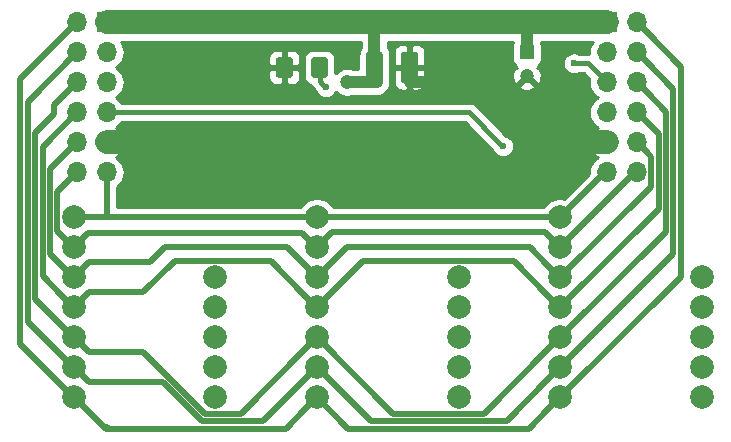
<source format=gbr>
G04 #@! TF.GenerationSoftware,KiCad,Pcbnew,(5.1.4)-1*
G04 #@! TF.CreationDate,2019-11-15T21:57:58+01:00*
G04 #@! TF.ProjectId,LEDClock,4c454443-6c6f-4636-9b2e-6b696361645f,rev?*
G04 #@! TF.SameCoordinates,Original*
G04 #@! TF.FileFunction,Copper,L1,Top*
G04 #@! TF.FilePolarity,Positive*
%FSLAX46Y46*%
G04 Gerber Fmt 4.6, Leading zero omitted, Abs format (unit mm)*
G04 Created by KiCad (PCBNEW (5.1.4)-1) date 2019-11-15 21:57:58*
%MOMM*%
%LPD*%
G04 APERTURE LIST*
%ADD10C,0.100000*%
%ADD11C,1.425000*%
%ADD12R,1.200000X1.200000*%
%ADD13C,1.200000*%
%ADD14C,2.000000*%
%ADD15O,1.700000X1.700000*%
%ADD16R,1.700000X1.700000*%
%ADD17C,0.600000*%
%ADD18C,1.000000*%
%ADD19C,2.000000*%
%ADD20C,0.400000*%
%ADD21C,0.500000*%
%ADD22C,0.254000*%
G04 APERTURE END LIST*
D10*
G36*
X137954504Y-65466204D02*
G01*
X137978773Y-65469804D01*
X138002571Y-65475765D01*
X138025671Y-65484030D01*
X138047849Y-65494520D01*
X138068893Y-65507133D01*
X138088598Y-65521747D01*
X138106777Y-65538223D01*
X138123253Y-65556402D01*
X138137867Y-65576107D01*
X138150480Y-65597151D01*
X138160970Y-65619329D01*
X138169235Y-65642429D01*
X138175196Y-65666227D01*
X138178796Y-65690496D01*
X138180000Y-65715000D01*
X138180000Y-66965000D01*
X138178796Y-66989504D01*
X138175196Y-67013773D01*
X138169235Y-67037571D01*
X138160970Y-67060671D01*
X138150480Y-67082849D01*
X138137867Y-67103893D01*
X138123253Y-67123598D01*
X138106777Y-67141777D01*
X138088598Y-67158253D01*
X138068893Y-67172867D01*
X138047849Y-67185480D01*
X138025671Y-67195970D01*
X138002571Y-67204235D01*
X137978773Y-67210196D01*
X137954504Y-67213796D01*
X137930000Y-67215000D01*
X137005000Y-67215000D01*
X136980496Y-67213796D01*
X136956227Y-67210196D01*
X136932429Y-67204235D01*
X136909329Y-67195970D01*
X136887151Y-67185480D01*
X136866107Y-67172867D01*
X136846402Y-67158253D01*
X136828223Y-67141777D01*
X136811747Y-67123598D01*
X136797133Y-67103893D01*
X136784520Y-67082849D01*
X136774030Y-67060671D01*
X136765765Y-67037571D01*
X136759804Y-67013773D01*
X136756204Y-66989504D01*
X136755000Y-66965000D01*
X136755000Y-65715000D01*
X136756204Y-65690496D01*
X136759804Y-65666227D01*
X136765765Y-65642429D01*
X136774030Y-65619329D01*
X136784520Y-65597151D01*
X136797133Y-65576107D01*
X136811747Y-65556402D01*
X136828223Y-65538223D01*
X136846402Y-65521747D01*
X136866107Y-65507133D01*
X136887151Y-65494520D01*
X136909329Y-65484030D01*
X136932429Y-65475765D01*
X136956227Y-65469804D01*
X136980496Y-65466204D01*
X137005000Y-65465000D01*
X137930000Y-65465000D01*
X137954504Y-65466204D01*
X137954504Y-65466204D01*
G37*
D11*
X137467500Y-66340000D03*
D10*
G36*
X134979504Y-65466204D02*
G01*
X135003773Y-65469804D01*
X135027571Y-65475765D01*
X135050671Y-65484030D01*
X135072849Y-65494520D01*
X135093893Y-65507133D01*
X135113598Y-65521747D01*
X135131777Y-65538223D01*
X135148253Y-65556402D01*
X135162867Y-65576107D01*
X135175480Y-65597151D01*
X135185970Y-65619329D01*
X135194235Y-65642429D01*
X135200196Y-65666227D01*
X135203796Y-65690496D01*
X135205000Y-65715000D01*
X135205000Y-66965000D01*
X135203796Y-66989504D01*
X135200196Y-67013773D01*
X135194235Y-67037571D01*
X135185970Y-67060671D01*
X135175480Y-67082849D01*
X135162867Y-67103893D01*
X135148253Y-67123598D01*
X135131777Y-67141777D01*
X135113598Y-67158253D01*
X135093893Y-67172867D01*
X135072849Y-67185480D01*
X135050671Y-67195970D01*
X135027571Y-67204235D01*
X135003773Y-67210196D01*
X134979504Y-67213796D01*
X134955000Y-67215000D01*
X134030000Y-67215000D01*
X134005496Y-67213796D01*
X133981227Y-67210196D01*
X133957429Y-67204235D01*
X133934329Y-67195970D01*
X133912151Y-67185480D01*
X133891107Y-67172867D01*
X133871402Y-67158253D01*
X133853223Y-67141777D01*
X133836747Y-67123598D01*
X133822133Y-67103893D01*
X133809520Y-67082849D01*
X133799030Y-67060671D01*
X133790765Y-67037571D01*
X133784804Y-67013773D01*
X133781204Y-66989504D01*
X133780000Y-66965000D01*
X133780000Y-65715000D01*
X133781204Y-65690496D01*
X133784804Y-65666227D01*
X133790765Y-65642429D01*
X133799030Y-65619329D01*
X133809520Y-65597151D01*
X133822133Y-65576107D01*
X133836747Y-65556402D01*
X133853223Y-65538223D01*
X133871402Y-65521747D01*
X133891107Y-65507133D01*
X133912151Y-65494520D01*
X133934329Y-65484030D01*
X133957429Y-65475765D01*
X133981227Y-65469804D01*
X134005496Y-65466204D01*
X134030000Y-65465000D01*
X134955000Y-65465000D01*
X134979504Y-65466204D01*
X134979504Y-65466204D01*
G37*
D11*
X134492500Y-66340000D03*
D12*
X155030000Y-65070000D03*
D13*
X155030000Y-67070000D03*
D14*
X157850000Y-79040000D03*
X157850000Y-81580000D03*
X169850000Y-84120000D03*
X157850000Y-84120000D03*
X169850000Y-86660000D03*
X157850000Y-86660000D03*
X169850000Y-89200000D03*
X157850000Y-89200000D03*
X169850000Y-91740000D03*
X157850000Y-91740000D03*
X169850000Y-94280000D03*
X157850000Y-94280000D03*
D10*
G36*
X145574504Y-65016204D02*
G01*
X145598773Y-65019804D01*
X145622571Y-65025765D01*
X145645671Y-65034030D01*
X145667849Y-65044520D01*
X145688893Y-65057133D01*
X145708598Y-65071747D01*
X145726777Y-65088223D01*
X145743253Y-65106402D01*
X145757867Y-65126107D01*
X145770480Y-65147151D01*
X145780970Y-65169329D01*
X145789235Y-65192429D01*
X145795196Y-65216227D01*
X145798796Y-65240496D01*
X145800000Y-65265000D01*
X145800000Y-67415000D01*
X145798796Y-67439504D01*
X145795196Y-67463773D01*
X145789235Y-67487571D01*
X145780970Y-67510671D01*
X145770480Y-67532849D01*
X145757867Y-67553893D01*
X145743253Y-67573598D01*
X145726777Y-67591777D01*
X145708598Y-67608253D01*
X145688893Y-67622867D01*
X145667849Y-67635480D01*
X145645671Y-67645970D01*
X145622571Y-67654235D01*
X145598773Y-67660196D01*
X145574504Y-67663796D01*
X145550000Y-67665000D01*
X144625000Y-67665000D01*
X144600496Y-67663796D01*
X144576227Y-67660196D01*
X144552429Y-67654235D01*
X144529329Y-67645970D01*
X144507151Y-67635480D01*
X144486107Y-67622867D01*
X144466402Y-67608253D01*
X144448223Y-67591777D01*
X144431747Y-67573598D01*
X144417133Y-67553893D01*
X144404520Y-67532849D01*
X144394030Y-67510671D01*
X144385765Y-67487571D01*
X144379804Y-67463773D01*
X144376204Y-67439504D01*
X144375000Y-67415000D01*
X144375000Y-65265000D01*
X144376204Y-65240496D01*
X144379804Y-65216227D01*
X144385765Y-65192429D01*
X144394030Y-65169329D01*
X144404520Y-65147151D01*
X144417133Y-65126107D01*
X144431747Y-65106402D01*
X144448223Y-65088223D01*
X144466402Y-65071747D01*
X144486107Y-65057133D01*
X144507151Y-65044520D01*
X144529329Y-65034030D01*
X144552429Y-65025765D01*
X144576227Y-65019804D01*
X144600496Y-65016204D01*
X144625000Y-65015000D01*
X145550000Y-65015000D01*
X145574504Y-65016204D01*
X145574504Y-65016204D01*
G37*
D11*
X145087500Y-66340000D03*
D10*
G36*
X142599504Y-65016204D02*
G01*
X142623773Y-65019804D01*
X142647571Y-65025765D01*
X142670671Y-65034030D01*
X142692849Y-65044520D01*
X142713893Y-65057133D01*
X142733598Y-65071747D01*
X142751777Y-65088223D01*
X142768253Y-65106402D01*
X142782867Y-65126107D01*
X142795480Y-65147151D01*
X142805970Y-65169329D01*
X142814235Y-65192429D01*
X142820196Y-65216227D01*
X142823796Y-65240496D01*
X142825000Y-65265000D01*
X142825000Y-67415000D01*
X142823796Y-67439504D01*
X142820196Y-67463773D01*
X142814235Y-67487571D01*
X142805970Y-67510671D01*
X142795480Y-67532849D01*
X142782867Y-67553893D01*
X142768253Y-67573598D01*
X142751777Y-67591777D01*
X142733598Y-67608253D01*
X142713893Y-67622867D01*
X142692849Y-67635480D01*
X142670671Y-67645970D01*
X142647571Y-67654235D01*
X142623773Y-67660196D01*
X142599504Y-67663796D01*
X142575000Y-67665000D01*
X141650000Y-67665000D01*
X141625496Y-67663796D01*
X141601227Y-67660196D01*
X141577429Y-67654235D01*
X141554329Y-67645970D01*
X141532151Y-67635480D01*
X141511107Y-67622867D01*
X141491402Y-67608253D01*
X141473223Y-67591777D01*
X141456747Y-67573598D01*
X141442133Y-67553893D01*
X141429520Y-67532849D01*
X141419030Y-67510671D01*
X141410765Y-67487571D01*
X141404804Y-67463773D01*
X141401204Y-67439504D01*
X141400000Y-67415000D01*
X141400000Y-65265000D01*
X141401204Y-65240496D01*
X141404804Y-65216227D01*
X141410765Y-65192429D01*
X141419030Y-65169329D01*
X141429520Y-65147151D01*
X141442133Y-65126107D01*
X141456747Y-65106402D01*
X141473223Y-65088223D01*
X141491402Y-65071747D01*
X141511107Y-65057133D01*
X141532151Y-65044520D01*
X141554329Y-65034030D01*
X141577429Y-65025765D01*
X141601227Y-65019804D01*
X141625496Y-65016204D01*
X141650000Y-65015000D01*
X142575000Y-65015000D01*
X142599504Y-65016204D01*
X142599504Y-65016204D01*
G37*
D11*
X142112500Y-66340000D03*
D15*
X116930000Y-75230000D03*
X119470000Y-75230000D03*
X116930000Y-72690000D03*
X119470000Y-72690000D03*
X116930000Y-70150000D03*
X119470000Y-70150000D03*
X116930000Y-67610000D03*
X119470000Y-67610000D03*
X116930000Y-65070000D03*
X119470000Y-65070000D03*
X116930000Y-62530000D03*
D16*
X119470000Y-62530000D03*
D14*
X116650000Y-79040000D03*
X116650000Y-81580000D03*
X128650000Y-84120000D03*
X116650000Y-84120000D03*
X128650000Y-86660000D03*
X116650000Y-86660000D03*
X128650000Y-89200000D03*
X116650000Y-89200000D03*
X128650000Y-91740000D03*
X116650000Y-91740000D03*
X128650000Y-94280000D03*
X116650000Y-94280000D03*
X137250000Y-94280000D03*
X149250000Y-94280000D03*
X137250000Y-91740000D03*
X149250000Y-91740000D03*
X137250000Y-89200000D03*
X149250000Y-89200000D03*
X137250000Y-86660000D03*
X149250000Y-86660000D03*
X137250000Y-84120000D03*
X149250000Y-84120000D03*
X137250000Y-81580000D03*
X137250000Y-79040000D03*
D16*
X161780000Y-62530000D03*
D15*
X164320000Y-62530000D03*
X161780000Y-65070000D03*
X164320000Y-65070000D03*
X161780000Y-67610000D03*
X164320000Y-67610000D03*
X161780000Y-70150000D03*
X164320000Y-70150000D03*
X161780000Y-72690000D03*
X164320000Y-72690000D03*
X161780000Y-75230000D03*
X164320000Y-75230000D03*
D13*
X143600000Y-73960000D03*
X144489000Y-74595000D03*
X144489000Y-73198000D03*
X142711000Y-74595000D03*
X142711000Y-73198000D03*
X142711000Y-72055000D03*
X144489000Y-72055000D03*
X144489000Y-75738000D03*
X142711000Y-75738000D03*
X147410000Y-67610000D03*
X139790000Y-67610000D03*
D17*
X159000000Y-66000000D03*
X153000000Y-73000000D03*
X138000012Y-68000000D03*
D18*
X145087500Y-72472500D02*
X144870000Y-72690000D01*
D19*
X119470000Y-72690000D02*
X144870000Y-72690000D01*
D18*
X147410000Y-67610000D02*
X145087500Y-67610000D01*
D19*
X155030000Y-72690000D02*
X161780000Y-72690000D01*
D18*
X155030000Y-63470000D02*
X155030000Y-62530000D01*
X155030000Y-65070000D02*
X155030000Y-63470000D01*
D19*
X119470000Y-62530000D02*
X155030000Y-62530000D01*
X155030000Y-62530000D02*
X161780000Y-62530000D01*
D18*
X142112500Y-66340000D02*
X142112500Y-62530000D01*
X139790000Y-67610000D02*
X142330000Y-67610000D01*
D20*
X160170000Y-66000000D02*
X161780000Y-67610000D01*
X159000000Y-66000000D02*
X160170000Y-66000000D01*
X150150000Y-70150000D02*
X152700001Y-72700001D01*
X152700001Y-72700001D02*
X153000000Y-73000000D01*
X119470000Y-70150000D02*
X150150000Y-70150000D01*
D21*
X137250000Y-79040000D02*
X157850000Y-79040000D01*
X116650000Y-79040000D02*
X137250000Y-79040000D01*
X119470000Y-75230000D02*
X119470000Y-79040000D01*
X161660000Y-75230000D02*
X161780000Y-75230000D01*
X157850000Y-79040000D02*
X161660000Y-75230000D01*
X119512999Y-80352999D02*
X136022999Y-80352999D01*
X117877001Y-80352999D02*
X119512999Y-80352999D01*
X119470000Y-80377919D02*
X119494920Y-80352999D01*
X119494920Y-80352999D02*
X119512999Y-80352999D01*
X138520000Y-80310000D02*
X156580000Y-80310000D01*
X137250000Y-81580000D02*
X138520000Y-80310000D01*
X156580000Y-80310000D02*
X157850000Y-81580000D01*
X116650000Y-81580000D02*
X117877001Y-80352999D01*
X136022999Y-80352999D02*
X136250001Y-80580001D01*
X136250001Y-80580001D02*
X137250000Y-81580000D01*
X115650001Y-80580001D02*
X116650000Y-81580000D01*
X115272999Y-80202999D02*
X115650001Y-80580001D01*
X115272999Y-76887001D02*
X115272999Y-80202999D01*
X116930000Y-75230000D02*
X115272999Y-76887001D01*
X164200000Y-75230000D02*
X164320000Y-75230000D01*
X157850000Y-81580000D02*
X164200000Y-75230000D01*
X139790000Y-81580000D02*
X155310000Y-81580000D01*
X137250000Y-84120000D02*
X139790000Y-81580000D01*
X155310000Y-81580000D02*
X156850001Y-83120001D01*
X156850001Y-83120001D02*
X157850000Y-84120000D01*
X124388602Y-81580000D02*
X134710000Y-81580000D01*
X134710000Y-81580000D02*
X137250000Y-84120000D01*
X117920000Y-82850000D02*
X123118602Y-82850000D01*
X123118602Y-82850000D02*
X124388602Y-81580000D01*
X116650000Y-84120000D02*
X117920000Y-82850000D01*
X115650001Y-83120001D02*
X116650000Y-84120000D01*
X114645990Y-82115990D02*
X115650001Y-83120001D01*
X114645990Y-74974010D02*
X114645990Y-82115990D01*
X116930000Y-72690000D02*
X114645990Y-74974010D01*
X165169999Y-73539999D02*
X164320000Y-72690000D01*
X165547001Y-73917001D02*
X165169999Y-73539999D01*
X165547001Y-76422999D02*
X165547001Y-73917001D01*
X157850000Y-84120000D02*
X165547001Y-76422999D01*
X119470000Y-85390000D02*
X122555962Y-85390000D01*
X117920000Y-85390000D02*
X119470000Y-85390000D01*
X137250000Y-86660000D02*
X141167001Y-82742999D01*
X141167001Y-82742999D02*
X153932999Y-82742999D01*
X153932999Y-82742999D02*
X156850001Y-85660001D01*
X156850001Y-85660001D02*
X157850000Y-86660000D01*
X122555962Y-85390000D02*
X125202963Y-82742999D01*
X125202963Y-82742999D02*
X133332999Y-82742999D01*
X133332999Y-82742999D02*
X136250001Y-85660001D01*
X136250001Y-85660001D02*
X137250000Y-86660000D01*
X116650000Y-86660000D02*
X117920000Y-85390000D01*
X115650001Y-85660001D02*
X116650000Y-86660000D01*
X114018980Y-84028980D02*
X115650001Y-85660001D01*
X114018980Y-73061020D02*
X114018980Y-84028980D01*
X116930000Y-70150000D02*
X114018980Y-73061020D01*
X165169999Y-70999999D02*
X164320000Y-70150000D01*
X166174011Y-72004011D02*
X165169999Y-70999999D01*
X166174011Y-78335989D02*
X166174011Y-72004011D01*
X157850000Y-86660000D02*
X166174011Y-78335989D01*
X119470000Y-90470000D02*
X122555962Y-90470000D01*
X117920000Y-90470000D02*
X119470000Y-90470000D01*
X137250000Y-89200000D02*
X143707001Y-95657001D01*
X143707001Y-95657001D02*
X151392999Y-95657001D01*
X151392999Y-95657001D02*
X156850001Y-90199999D01*
X156850001Y-90199999D02*
X157850000Y-89200000D01*
X116650000Y-89200000D02*
X117920000Y-90470000D01*
X122555962Y-90470000D02*
X127742963Y-95657001D01*
X127742963Y-95657001D02*
X130792999Y-95657001D01*
X130792999Y-95657001D02*
X136250001Y-90199999D01*
X136250001Y-90199999D02*
X137250000Y-89200000D01*
X165169999Y-68459999D02*
X164320000Y-67610000D01*
X166801021Y-70091021D02*
X165169999Y-68459999D01*
X166801021Y-80248979D02*
X166801021Y-70091021D01*
X157850000Y-89200000D02*
X166801021Y-80248979D01*
X115650001Y-88200001D02*
X116650000Y-89200000D01*
X113391970Y-85941970D02*
X115650001Y-88200001D01*
X113391970Y-71872068D02*
X113391970Y-85941970D01*
X115000000Y-70264038D02*
X113391970Y-71872068D01*
X116930000Y-67610000D02*
X115000000Y-69540000D01*
X115000000Y-69540000D02*
X115000000Y-70264038D01*
X119470000Y-93010000D02*
X124209236Y-93010000D01*
X117920000Y-93010000D02*
X119470000Y-93010000D01*
X137250000Y-91740000D02*
X141794011Y-96284011D01*
X141794011Y-96284011D02*
X153305989Y-96284011D01*
X153305989Y-96284011D02*
X156850001Y-92739999D01*
X156850001Y-92739999D02*
X157850000Y-91740000D01*
X116650000Y-91740000D02*
X117920000Y-93010000D01*
X124209236Y-93010000D02*
X127483247Y-96284011D01*
X127483247Y-96284011D02*
X132705989Y-96284011D01*
X132705989Y-96284011D02*
X136250001Y-92739999D01*
X136250001Y-92739999D02*
X137250000Y-91740000D01*
X115650001Y-90740001D02*
X116650000Y-91740000D01*
X112764960Y-87854960D02*
X115650001Y-90740001D01*
X112764960Y-69235040D02*
X112764960Y-87854960D01*
X116930000Y-65070000D02*
X112764960Y-69235040D01*
X165169999Y-65919999D02*
X164320000Y-65070000D01*
X167428030Y-68178030D02*
X165169999Y-65919999D01*
X167428030Y-82161970D02*
X167428030Y-68178030D01*
X157850000Y-91740000D02*
X167428030Y-82161970D01*
X119470000Y-96820000D02*
X119561021Y-96911021D01*
X137250000Y-94280000D02*
X139881021Y-96911021D01*
X139881021Y-96911021D02*
X155218979Y-96911021D01*
X155218979Y-96911021D02*
X156850001Y-95279999D01*
X156850001Y-95279999D02*
X157850000Y-94280000D01*
X136250001Y-95279999D02*
X137250000Y-94280000D01*
X134618979Y-96911021D02*
X136250001Y-95279999D01*
X119378979Y-96911021D02*
X134618979Y-96911021D01*
X117027958Y-94560000D02*
X119378979Y-96911021D01*
X116650000Y-94280000D02*
X116930000Y-94560000D01*
X116930000Y-94560000D02*
X117027958Y-94560000D01*
X115650001Y-93280001D02*
X116650000Y-94280000D01*
X112137951Y-89767951D02*
X115650001Y-93280001D01*
X112137951Y-67322049D02*
X112137951Y-89767951D01*
X116930000Y-62530000D02*
X112137951Y-67322049D01*
X165169999Y-63379999D02*
X164320000Y-62530000D01*
X168055040Y-66265040D02*
X165169999Y-63379999D01*
X168055040Y-84074960D02*
X168055040Y-66265040D01*
X157850000Y-94280000D02*
X168055040Y-84074960D01*
D20*
X137467500Y-67467488D02*
X137700013Y-67700001D01*
X137700013Y-67700001D02*
X138000012Y-68000000D01*
X137467500Y-66340000D02*
X137467500Y-67467488D01*
D22*
G36*
X140977500Y-64691308D02*
G01*
X140911595Y-64771614D01*
X140829528Y-64925150D01*
X140778992Y-65091746D01*
X140761928Y-65265000D01*
X140761928Y-66475000D01*
X140277079Y-66475000D01*
X140150236Y-66422460D01*
X139911637Y-66375000D01*
X139668363Y-66375000D01*
X139429764Y-66422460D01*
X139205008Y-66515557D01*
X139002733Y-66650713D01*
X138830713Y-66822733D01*
X138818072Y-66841652D01*
X138818072Y-65715000D01*
X138801008Y-65541746D01*
X138750472Y-65375150D01*
X138668405Y-65221614D01*
X138557962Y-65087038D01*
X138423386Y-64976595D01*
X138269850Y-64894528D01*
X138103254Y-64843992D01*
X137930000Y-64826928D01*
X137005000Y-64826928D01*
X136831746Y-64843992D01*
X136665150Y-64894528D01*
X136511614Y-64976595D01*
X136377038Y-65087038D01*
X136266595Y-65221614D01*
X136184528Y-65375150D01*
X136133992Y-65541746D01*
X136116928Y-65715000D01*
X136116928Y-66965000D01*
X136133992Y-67138254D01*
X136184528Y-67304850D01*
X136266595Y-67458386D01*
X136377038Y-67592962D01*
X136511614Y-67703405D01*
X136665150Y-67785472D01*
X136695609Y-67794711D01*
X136756794Y-67909180D01*
X136769865Y-67933634D01*
X136874210Y-68060779D01*
X136906074Y-68086929D01*
X137107357Y-68288212D01*
X137171426Y-68442889D01*
X137273750Y-68596028D01*
X137403984Y-68726262D01*
X137557123Y-68828586D01*
X137727283Y-68899068D01*
X137907923Y-68935000D01*
X138092101Y-68935000D01*
X138272741Y-68899068D01*
X138442901Y-68828586D01*
X138596040Y-68726262D01*
X138726274Y-68596028D01*
X138828598Y-68442889D01*
X138842580Y-68409134D01*
X139002733Y-68569287D01*
X139205008Y-68704443D01*
X139429764Y-68797540D01*
X139668363Y-68845000D01*
X139911637Y-68845000D01*
X140150236Y-68797540D01*
X140277079Y-68745000D01*
X142385752Y-68745000D01*
X142552499Y-68728577D01*
X142766447Y-68663676D01*
X142963623Y-68558284D01*
X143136449Y-68416449D01*
X143278284Y-68243623D01*
X143383676Y-68046447D01*
X143448577Y-67832499D01*
X143465074Y-67665000D01*
X143736928Y-67665000D01*
X143749188Y-67789482D01*
X143785498Y-67909180D01*
X143844463Y-68019494D01*
X143923815Y-68116185D01*
X144020506Y-68195537D01*
X144130820Y-68254502D01*
X144250518Y-68290812D01*
X144375000Y-68303072D01*
X144801750Y-68300000D01*
X144960500Y-68141250D01*
X144960500Y-66467000D01*
X145214500Y-66467000D01*
X145214500Y-68141250D01*
X145373250Y-68300000D01*
X145800000Y-68303072D01*
X145924482Y-68290812D01*
X146044180Y-68254502D01*
X146154494Y-68195537D01*
X146251185Y-68116185D01*
X146330537Y-68019494D01*
X146383844Y-67919764D01*
X154359841Y-67919764D01*
X154407148Y-68143348D01*
X154628516Y-68244237D01*
X154865313Y-68300000D01*
X155108438Y-68308495D01*
X155348549Y-68269395D01*
X155576418Y-68184202D01*
X155652852Y-68143348D01*
X155700159Y-67919764D01*
X155030000Y-67249605D01*
X154359841Y-67919764D01*
X146383844Y-67919764D01*
X146389502Y-67909180D01*
X146425812Y-67789482D01*
X146438072Y-67665000D01*
X146435000Y-66625750D01*
X146276250Y-66467000D01*
X145214500Y-66467000D01*
X144960500Y-66467000D01*
X143898750Y-66467000D01*
X143740000Y-66625750D01*
X143736928Y-67665000D01*
X143465074Y-67665000D01*
X143470491Y-67610000D01*
X143457179Y-67474836D01*
X143463072Y-67415000D01*
X143463072Y-65265000D01*
X143446008Y-65091746D01*
X143422728Y-65015000D01*
X143736928Y-65015000D01*
X143740000Y-66054250D01*
X143898750Y-66213000D01*
X144960500Y-66213000D01*
X144960500Y-64538750D01*
X145214500Y-64538750D01*
X145214500Y-66213000D01*
X146276250Y-66213000D01*
X146435000Y-66054250D01*
X146438072Y-65015000D01*
X146425812Y-64890518D01*
X146389502Y-64770820D01*
X146330537Y-64660506D01*
X146251185Y-64563815D01*
X146154494Y-64484463D01*
X146044180Y-64425498D01*
X145924482Y-64389188D01*
X145800000Y-64376928D01*
X145373250Y-64380000D01*
X145214500Y-64538750D01*
X144960500Y-64538750D01*
X144801750Y-64380000D01*
X144375000Y-64376928D01*
X144250518Y-64389188D01*
X144130820Y-64425498D01*
X144020506Y-64484463D01*
X143923815Y-64563815D01*
X143844463Y-64660506D01*
X143785498Y-64770820D01*
X143749188Y-64890518D01*
X143736928Y-65015000D01*
X143422728Y-65015000D01*
X143395472Y-64925150D01*
X143313405Y-64771614D01*
X143247500Y-64691308D01*
X143247500Y-64165000D01*
X153873007Y-64165000D01*
X153840498Y-64225820D01*
X153804188Y-64345518D01*
X153791928Y-64470000D01*
X153791928Y-65670000D01*
X153804188Y-65794482D01*
X153840498Y-65914180D01*
X153899463Y-66024494D01*
X153978815Y-66121185D01*
X154075506Y-66200537D01*
X154121006Y-66224858D01*
X154063128Y-66282736D01*
X154180234Y-66399842D01*
X153956652Y-66447148D01*
X153855763Y-66668516D01*
X153800000Y-66905313D01*
X153791505Y-67148438D01*
X153830605Y-67388549D01*
X153915798Y-67616418D01*
X153956652Y-67692852D01*
X154180236Y-67740159D01*
X154850395Y-67070000D01*
X154836253Y-67055858D01*
X155015858Y-66876253D01*
X155030000Y-66890395D01*
X155044143Y-66876253D01*
X155223748Y-67055858D01*
X155209605Y-67070000D01*
X155879764Y-67740159D01*
X156103348Y-67692852D01*
X156204237Y-67471484D01*
X156260000Y-67234687D01*
X156268495Y-66991562D01*
X156229395Y-66751451D01*
X156144202Y-66523582D01*
X156103348Y-66447148D01*
X155879766Y-66399842D01*
X155996872Y-66282736D01*
X155938994Y-66224858D01*
X155984494Y-66200537D01*
X156081185Y-66121185D01*
X156160537Y-66024494D01*
X156219502Y-65914180D01*
X156255812Y-65794482D01*
X156268072Y-65670000D01*
X156268072Y-64470000D01*
X156255812Y-64345518D01*
X156219502Y-64225820D01*
X156186993Y-64165000D01*
X160601654Y-64165000D01*
X160539294Y-64240986D01*
X160401401Y-64498966D01*
X160316487Y-64778889D01*
X160287815Y-65070000D01*
X160298016Y-65173568D01*
X160211019Y-65165000D01*
X160211018Y-65165000D01*
X160170000Y-65160960D01*
X160128982Y-65165000D01*
X159427404Y-65165000D01*
X159272729Y-65100932D01*
X159092089Y-65065000D01*
X158907911Y-65065000D01*
X158727271Y-65100932D01*
X158557111Y-65171414D01*
X158403972Y-65273738D01*
X158273738Y-65403972D01*
X158171414Y-65557111D01*
X158100932Y-65727271D01*
X158065000Y-65907911D01*
X158065000Y-66092089D01*
X158100932Y-66272729D01*
X158171414Y-66442889D01*
X158273738Y-66596028D01*
X158403972Y-66726262D01*
X158557111Y-66828586D01*
X158727271Y-66899068D01*
X158907911Y-66935000D01*
X159092089Y-66935000D01*
X159272729Y-66899068D01*
X159427404Y-66835000D01*
X159824133Y-66835000D01*
X160315728Y-67326596D01*
X160287815Y-67610000D01*
X160316487Y-67901111D01*
X160401401Y-68181034D01*
X160539294Y-68439014D01*
X160724866Y-68665134D01*
X160950986Y-68850706D01*
X161005791Y-68880000D01*
X160950986Y-68909294D01*
X160724866Y-69094866D01*
X160539294Y-69320986D01*
X160401401Y-69578966D01*
X160316487Y-69858889D01*
X160287815Y-70150000D01*
X160316487Y-70441111D01*
X160401401Y-70721034D01*
X160539294Y-70979014D01*
X160724866Y-71205134D01*
X160950986Y-71390706D01*
X161015523Y-71425201D01*
X160898645Y-71494822D01*
X160682412Y-71689731D01*
X160508359Y-71923080D01*
X160383175Y-72185901D01*
X160338524Y-72333110D01*
X160459845Y-72563000D01*
X161653000Y-72563000D01*
X161653000Y-72543000D01*
X161907000Y-72543000D01*
X161907000Y-72563000D01*
X161927000Y-72563000D01*
X161927000Y-72817000D01*
X161907000Y-72817000D01*
X161907000Y-72837000D01*
X161653000Y-72837000D01*
X161653000Y-72817000D01*
X160459845Y-72817000D01*
X160338524Y-73046890D01*
X160383175Y-73194099D01*
X160508359Y-73456920D01*
X160682412Y-73690269D01*
X160898645Y-73885178D01*
X161015523Y-73954799D01*
X160950986Y-73989294D01*
X160724866Y-74174866D01*
X160539294Y-74400986D01*
X160401401Y-74658966D01*
X160316487Y-74938889D01*
X160287815Y-75230000D01*
X160298629Y-75339793D01*
X158196525Y-77441897D01*
X158011033Y-77405000D01*
X157688967Y-77405000D01*
X157373088Y-77467832D01*
X157075537Y-77591082D01*
X156807748Y-77770013D01*
X156580013Y-77997748D01*
X156474941Y-78155000D01*
X138625059Y-78155000D01*
X138519987Y-77997748D01*
X138292252Y-77770013D01*
X138024463Y-77591082D01*
X137726912Y-77467832D01*
X137411033Y-77405000D01*
X137088967Y-77405000D01*
X136773088Y-77467832D01*
X136475537Y-77591082D01*
X136207748Y-77770013D01*
X135980013Y-77997748D01*
X135874941Y-78155000D01*
X120355000Y-78155000D01*
X120355000Y-76424759D01*
X120525134Y-76285134D01*
X120710706Y-76059014D01*
X120848599Y-75801034D01*
X120933513Y-75521111D01*
X120962185Y-75230000D01*
X120933513Y-74938889D01*
X120848599Y-74658966D01*
X120710706Y-74400986D01*
X120525134Y-74174866D01*
X120299014Y-73989294D01*
X120234477Y-73954799D01*
X120351355Y-73885178D01*
X120567588Y-73690269D01*
X120741641Y-73456920D01*
X120866825Y-73194099D01*
X120911476Y-73046890D01*
X120790155Y-72817000D01*
X119597000Y-72817000D01*
X119597000Y-72837000D01*
X119343000Y-72837000D01*
X119343000Y-72817000D01*
X119323000Y-72817000D01*
X119323000Y-72563000D01*
X119343000Y-72563000D01*
X119343000Y-72543000D01*
X119597000Y-72543000D01*
X119597000Y-72563000D01*
X120790155Y-72563000D01*
X120911476Y-72333110D01*
X120866825Y-72185901D01*
X120741641Y-71923080D01*
X120567588Y-71689731D01*
X120351355Y-71494822D01*
X120234477Y-71425201D01*
X120299014Y-71390706D01*
X120525134Y-71205134D01*
X120705793Y-70985000D01*
X149804133Y-70985000D01*
X152107346Y-73288214D01*
X152171414Y-73442889D01*
X152273738Y-73596028D01*
X152403972Y-73726262D01*
X152557111Y-73828586D01*
X152727271Y-73899068D01*
X152907911Y-73935000D01*
X153092089Y-73935000D01*
X153272729Y-73899068D01*
X153442889Y-73828586D01*
X153596028Y-73726262D01*
X153726262Y-73596028D01*
X153828586Y-73442889D01*
X153899068Y-73272729D01*
X153935000Y-73092089D01*
X153935000Y-72907911D01*
X153899068Y-72727271D01*
X153828586Y-72557111D01*
X153726262Y-72403972D01*
X153596028Y-72273738D01*
X153442889Y-72171414D01*
X153288214Y-72107346D01*
X150769446Y-69588579D01*
X150743291Y-69556709D01*
X150616146Y-69452364D01*
X150471087Y-69374828D01*
X150313689Y-69327082D01*
X150191019Y-69315000D01*
X150191018Y-69315000D01*
X150150000Y-69310960D01*
X150108982Y-69315000D01*
X120705793Y-69315000D01*
X120525134Y-69094866D01*
X120299014Y-68909294D01*
X120244209Y-68880000D01*
X120299014Y-68850706D01*
X120525134Y-68665134D01*
X120710706Y-68439014D01*
X120848599Y-68181034D01*
X120933513Y-67901111D01*
X120962185Y-67610000D01*
X120933513Y-67318889D01*
X120901999Y-67215000D01*
X133141928Y-67215000D01*
X133154188Y-67339482D01*
X133190498Y-67459180D01*
X133249463Y-67569494D01*
X133328815Y-67666185D01*
X133425506Y-67745537D01*
X133535820Y-67804502D01*
X133655518Y-67840812D01*
X133780000Y-67853072D01*
X134206750Y-67850000D01*
X134365500Y-67691250D01*
X134365500Y-66467000D01*
X134619500Y-66467000D01*
X134619500Y-67691250D01*
X134778250Y-67850000D01*
X135205000Y-67853072D01*
X135329482Y-67840812D01*
X135449180Y-67804502D01*
X135559494Y-67745537D01*
X135656185Y-67666185D01*
X135735537Y-67569494D01*
X135794502Y-67459180D01*
X135830812Y-67339482D01*
X135843072Y-67215000D01*
X135840000Y-66625750D01*
X135681250Y-66467000D01*
X134619500Y-66467000D01*
X134365500Y-66467000D01*
X133303750Y-66467000D01*
X133145000Y-66625750D01*
X133141928Y-67215000D01*
X120901999Y-67215000D01*
X120848599Y-67038966D01*
X120710706Y-66780986D01*
X120525134Y-66554866D01*
X120299014Y-66369294D01*
X120244209Y-66340000D01*
X120299014Y-66310706D01*
X120525134Y-66125134D01*
X120710706Y-65899014D01*
X120848599Y-65641034D01*
X120901998Y-65465000D01*
X133141928Y-65465000D01*
X133145000Y-66054250D01*
X133303750Y-66213000D01*
X134365500Y-66213000D01*
X134365500Y-64988750D01*
X134619500Y-64988750D01*
X134619500Y-66213000D01*
X135681250Y-66213000D01*
X135840000Y-66054250D01*
X135843072Y-65465000D01*
X135830812Y-65340518D01*
X135794502Y-65220820D01*
X135735537Y-65110506D01*
X135656185Y-65013815D01*
X135559494Y-64934463D01*
X135449180Y-64875498D01*
X135329482Y-64839188D01*
X135205000Y-64826928D01*
X134778250Y-64830000D01*
X134619500Y-64988750D01*
X134365500Y-64988750D01*
X134206750Y-64830000D01*
X133780000Y-64826928D01*
X133655518Y-64839188D01*
X133535820Y-64875498D01*
X133425506Y-64934463D01*
X133328815Y-65013815D01*
X133249463Y-65110506D01*
X133190498Y-65220820D01*
X133154188Y-65340518D01*
X133141928Y-65465000D01*
X120901998Y-65465000D01*
X120933513Y-65361111D01*
X120962185Y-65070000D01*
X120933513Y-64778889D01*
X120848599Y-64498966D01*
X120710706Y-64240986D01*
X120648346Y-64165000D01*
X140977501Y-64165000D01*
X140977500Y-64691308D01*
X140977500Y-64691308D01*
G37*
X140977500Y-64691308D02*
X140911595Y-64771614D01*
X140829528Y-64925150D01*
X140778992Y-65091746D01*
X140761928Y-65265000D01*
X140761928Y-66475000D01*
X140277079Y-66475000D01*
X140150236Y-66422460D01*
X139911637Y-66375000D01*
X139668363Y-66375000D01*
X139429764Y-66422460D01*
X139205008Y-66515557D01*
X139002733Y-66650713D01*
X138830713Y-66822733D01*
X138818072Y-66841652D01*
X138818072Y-65715000D01*
X138801008Y-65541746D01*
X138750472Y-65375150D01*
X138668405Y-65221614D01*
X138557962Y-65087038D01*
X138423386Y-64976595D01*
X138269850Y-64894528D01*
X138103254Y-64843992D01*
X137930000Y-64826928D01*
X137005000Y-64826928D01*
X136831746Y-64843992D01*
X136665150Y-64894528D01*
X136511614Y-64976595D01*
X136377038Y-65087038D01*
X136266595Y-65221614D01*
X136184528Y-65375150D01*
X136133992Y-65541746D01*
X136116928Y-65715000D01*
X136116928Y-66965000D01*
X136133992Y-67138254D01*
X136184528Y-67304850D01*
X136266595Y-67458386D01*
X136377038Y-67592962D01*
X136511614Y-67703405D01*
X136665150Y-67785472D01*
X136695609Y-67794711D01*
X136756794Y-67909180D01*
X136769865Y-67933634D01*
X136874210Y-68060779D01*
X136906074Y-68086929D01*
X137107357Y-68288212D01*
X137171426Y-68442889D01*
X137273750Y-68596028D01*
X137403984Y-68726262D01*
X137557123Y-68828586D01*
X137727283Y-68899068D01*
X137907923Y-68935000D01*
X138092101Y-68935000D01*
X138272741Y-68899068D01*
X138442901Y-68828586D01*
X138596040Y-68726262D01*
X138726274Y-68596028D01*
X138828598Y-68442889D01*
X138842580Y-68409134D01*
X139002733Y-68569287D01*
X139205008Y-68704443D01*
X139429764Y-68797540D01*
X139668363Y-68845000D01*
X139911637Y-68845000D01*
X140150236Y-68797540D01*
X140277079Y-68745000D01*
X142385752Y-68745000D01*
X142552499Y-68728577D01*
X142766447Y-68663676D01*
X142963623Y-68558284D01*
X143136449Y-68416449D01*
X143278284Y-68243623D01*
X143383676Y-68046447D01*
X143448577Y-67832499D01*
X143465074Y-67665000D01*
X143736928Y-67665000D01*
X143749188Y-67789482D01*
X143785498Y-67909180D01*
X143844463Y-68019494D01*
X143923815Y-68116185D01*
X144020506Y-68195537D01*
X144130820Y-68254502D01*
X144250518Y-68290812D01*
X144375000Y-68303072D01*
X144801750Y-68300000D01*
X144960500Y-68141250D01*
X144960500Y-66467000D01*
X145214500Y-66467000D01*
X145214500Y-68141250D01*
X145373250Y-68300000D01*
X145800000Y-68303072D01*
X145924482Y-68290812D01*
X146044180Y-68254502D01*
X146154494Y-68195537D01*
X146251185Y-68116185D01*
X146330537Y-68019494D01*
X146383844Y-67919764D01*
X154359841Y-67919764D01*
X154407148Y-68143348D01*
X154628516Y-68244237D01*
X154865313Y-68300000D01*
X155108438Y-68308495D01*
X155348549Y-68269395D01*
X155576418Y-68184202D01*
X155652852Y-68143348D01*
X155700159Y-67919764D01*
X155030000Y-67249605D01*
X154359841Y-67919764D01*
X146383844Y-67919764D01*
X146389502Y-67909180D01*
X146425812Y-67789482D01*
X146438072Y-67665000D01*
X146435000Y-66625750D01*
X146276250Y-66467000D01*
X145214500Y-66467000D01*
X144960500Y-66467000D01*
X143898750Y-66467000D01*
X143740000Y-66625750D01*
X143736928Y-67665000D01*
X143465074Y-67665000D01*
X143470491Y-67610000D01*
X143457179Y-67474836D01*
X143463072Y-67415000D01*
X143463072Y-65265000D01*
X143446008Y-65091746D01*
X143422728Y-65015000D01*
X143736928Y-65015000D01*
X143740000Y-66054250D01*
X143898750Y-66213000D01*
X144960500Y-66213000D01*
X144960500Y-64538750D01*
X145214500Y-64538750D01*
X145214500Y-66213000D01*
X146276250Y-66213000D01*
X146435000Y-66054250D01*
X146438072Y-65015000D01*
X146425812Y-64890518D01*
X146389502Y-64770820D01*
X146330537Y-64660506D01*
X146251185Y-64563815D01*
X146154494Y-64484463D01*
X146044180Y-64425498D01*
X145924482Y-64389188D01*
X145800000Y-64376928D01*
X145373250Y-64380000D01*
X145214500Y-64538750D01*
X144960500Y-64538750D01*
X144801750Y-64380000D01*
X144375000Y-64376928D01*
X144250518Y-64389188D01*
X144130820Y-64425498D01*
X144020506Y-64484463D01*
X143923815Y-64563815D01*
X143844463Y-64660506D01*
X143785498Y-64770820D01*
X143749188Y-64890518D01*
X143736928Y-65015000D01*
X143422728Y-65015000D01*
X143395472Y-64925150D01*
X143313405Y-64771614D01*
X143247500Y-64691308D01*
X143247500Y-64165000D01*
X153873007Y-64165000D01*
X153840498Y-64225820D01*
X153804188Y-64345518D01*
X153791928Y-64470000D01*
X153791928Y-65670000D01*
X153804188Y-65794482D01*
X153840498Y-65914180D01*
X153899463Y-66024494D01*
X153978815Y-66121185D01*
X154075506Y-66200537D01*
X154121006Y-66224858D01*
X154063128Y-66282736D01*
X154180234Y-66399842D01*
X153956652Y-66447148D01*
X153855763Y-66668516D01*
X153800000Y-66905313D01*
X153791505Y-67148438D01*
X153830605Y-67388549D01*
X153915798Y-67616418D01*
X153956652Y-67692852D01*
X154180236Y-67740159D01*
X154850395Y-67070000D01*
X154836253Y-67055858D01*
X155015858Y-66876253D01*
X155030000Y-66890395D01*
X155044143Y-66876253D01*
X155223748Y-67055858D01*
X155209605Y-67070000D01*
X155879764Y-67740159D01*
X156103348Y-67692852D01*
X156204237Y-67471484D01*
X156260000Y-67234687D01*
X156268495Y-66991562D01*
X156229395Y-66751451D01*
X156144202Y-66523582D01*
X156103348Y-66447148D01*
X155879766Y-66399842D01*
X155996872Y-66282736D01*
X155938994Y-66224858D01*
X155984494Y-66200537D01*
X156081185Y-66121185D01*
X156160537Y-66024494D01*
X156219502Y-65914180D01*
X156255812Y-65794482D01*
X156268072Y-65670000D01*
X156268072Y-64470000D01*
X156255812Y-64345518D01*
X156219502Y-64225820D01*
X156186993Y-64165000D01*
X160601654Y-64165000D01*
X160539294Y-64240986D01*
X160401401Y-64498966D01*
X160316487Y-64778889D01*
X160287815Y-65070000D01*
X160298016Y-65173568D01*
X160211019Y-65165000D01*
X160211018Y-65165000D01*
X160170000Y-65160960D01*
X160128982Y-65165000D01*
X159427404Y-65165000D01*
X159272729Y-65100932D01*
X159092089Y-65065000D01*
X158907911Y-65065000D01*
X158727271Y-65100932D01*
X158557111Y-65171414D01*
X158403972Y-65273738D01*
X158273738Y-65403972D01*
X158171414Y-65557111D01*
X158100932Y-65727271D01*
X158065000Y-65907911D01*
X158065000Y-66092089D01*
X158100932Y-66272729D01*
X158171414Y-66442889D01*
X158273738Y-66596028D01*
X158403972Y-66726262D01*
X158557111Y-66828586D01*
X158727271Y-66899068D01*
X158907911Y-66935000D01*
X159092089Y-66935000D01*
X159272729Y-66899068D01*
X159427404Y-66835000D01*
X159824133Y-66835000D01*
X160315728Y-67326596D01*
X160287815Y-67610000D01*
X160316487Y-67901111D01*
X160401401Y-68181034D01*
X160539294Y-68439014D01*
X160724866Y-68665134D01*
X160950986Y-68850706D01*
X161005791Y-68880000D01*
X160950986Y-68909294D01*
X160724866Y-69094866D01*
X160539294Y-69320986D01*
X160401401Y-69578966D01*
X160316487Y-69858889D01*
X160287815Y-70150000D01*
X160316487Y-70441111D01*
X160401401Y-70721034D01*
X160539294Y-70979014D01*
X160724866Y-71205134D01*
X160950986Y-71390706D01*
X161015523Y-71425201D01*
X160898645Y-71494822D01*
X160682412Y-71689731D01*
X160508359Y-71923080D01*
X160383175Y-72185901D01*
X160338524Y-72333110D01*
X160459845Y-72563000D01*
X161653000Y-72563000D01*
X161653000Y-72543000D01*
X161907000Y-72543000D01*
X161907000Y-72563000D01*
X161927000Y-72563000D01*
X161927000Y-72817000D01*
X161907000Y-72817000D01*
X161907000Y-72837000D01*
X161653000Y-72837000D01*
X161653000Y-72817000D01*
X160459845Y-72817000D01*
X160338524Y-73046890D01*
X160383175Y-73194099D01*
X160508359Y-73456920D01*
X160682412Y-73690269D01*
X160898645Y-73885178D01*
X161015523Y-73954799D01*
X160950986Y-73989294D01*
X160724866Y-74174866D01*
X160539294Y-74400986D01*
X160401401Y-74658966D01*
X160316487Y-74938889D01*
X160287815Y-75230000D01*
X160298629Y-75339793D01*
X158196525Y-77441897D01*
X158011033Y-77405000D01*
X157688967Y-77405000D01*
X157373088Y-77467832D01*
X157075537Y-77591082D01*
X156807748Y-77770013D01*
X156580013Y-77997748D01*
X156474941Y-78155000D01*
X138625059Y-78155000D01*
X138519987Y-77997748D01*
X138292252Y-77770013D01*
X138024463Y-77591082D01*
X137726912Y-77467832D01*
X137411033Y-77405000D01*
X137088967Y-77405000D01*
X136773088Y-77467832D01*
X136475537Y-77591082D01*
X136207748Y-77770013D01*
X135980013Y-77997748D01*
X135874941Y-78155000D01*
X120355000Y-78155000D01*
X120355000Y-76424759D01*
X120525134Y-76285134D01*
X120710706Y-76059014D01*
X120848599Y-75801034D01*
X120933513Y-75521111D01*
X120962185Y-75230000D01*
X120933513Y-74938889D01*
X120848599Y-74658966D01*
X120710706Y-74400986D01*
X120525134Y-74174866D01*
X120299014Y-73989294D01*
X120234477Y-73954799D01*
X120351355Y-73885178D01*
X120567588Y-73690269D01*
X120741641Y-73456920D01*
X120866825Y-73194099D01*
X120911476Y-73046890D01*
X120790155Y-72817000D01*
X119597000Y-72817000D01*
X119597000Y-72837000D01*
X119343000Y-72837000D01*
X119343000Y-72817000D01*
X119323000Y-72817000D01*
X119323000Y-72563000D01*
X119343000Y-72563000D01*
X119343000Y-72543000D01*
X119597000Y-72543000D01*
X119597000Y-72563000D01*
X120790155Y-72563000D01*
X120911476Y-72333110D01*
X120866825Y-72185901D01*
X120741641Y-71923080D01*
X120567588Y-71689731D01*
X120351355Y-71494822D01*
X120234477Y-71425201D01*
X120299014Y-71390706D01*
X120525134Y-71205134D01*
X120705793Y-70985000D01*
X149804133Y-70985000D01*
X152107346Y-73288214D01*
X152171414Y-73442889D01*
X152273738Y-73596028D01*
X152403972Y-73726262D01*
X152557111Y-73828586D01*
X152727271Y-73899068D01*
X152907911Y-73935000D01*
X153092089Y-73935000D01*
X153272729Y-73899068D01*
X153442889Y-73828586D01*
X153596028Y-73726262D01*
X153726262Y-73596028D01*
X153828586Y-73442889D01*
X153899068Y-73272729D01*
X153935000Y-73092089D01*
X153935000Y-72907911D01*
X153899068Y-72727271D01*
X153828586Y-72557111D01*
X153726262Y-72403972D01*
X153596028Y-72273738D01*
X153442889Y-72171414D01*
X153288214Y-72107346D01*
X150769446Y-69588579D01*
X150743291Y-69556709D01*
X150616146Y-69452364D01*
X150471087Y-69374828D01*
X150313689Y-69327082D01*
X150191019Y-69315000D01*
X150191018Y-69315000D01*
X150150000Y-69310960D01*
X150108982Y-69315000D01*
X120705793Y-69315000D01*
X120525134Y-69094866D01*
X120299014Y-68909294D01*
X120244209Y-68880000D01*
X120299014Y-68850706D01*
X120525134Y-68665134D01*
X120710706Y-68439014D01*
X120848599Y-68181034D01*
X120933513Y-67901111D01*
X120962185Y-67610000D01*
X120933513Y-67318889D01*
X120901999Y-67215000D01*
X133141928Y-67215000D01*
X133154188Y-67339482D01*
X133190498Y-67459180D01*
X133249463Y-67569494D01*
X133328815Y-67666185D01*
X133425506Y-67745537D01*
X133535820Y-67804502D01*
X133655518Y-67840812D01*
X133780000Y-67853072D01*
X134206750Y-67850000D01*
X134365500Y-67691250D01*
X134365500Y-66467000D01*
X134619500Y-66467000D01*
X134619500Y-67691250D01*
X134778250Y-67850000D01*
X135205000Y-67853072D01*
X135329482Y-67840812D01*
X135449180Y-67804502D01*
X135559494Y-67745537D01*
X135656185Y-67666185D01*
X135735537Y-67569494D01*
X135794502Y-67459180D01*
X135830812Y-67339482D01*
X135843072Y-67215000D01*
X135840000Y-66625750D01*
X135681250Y-66467000D01*
X134619500Y-66467000D01*
X134365500Y-66467000D01*
X133303750Y-66467000D01*
X133145000Y-66625750D01*
X133141928Y-67215000D01*
X120901999Y-67215000D01*
X120848599Y-67038966D01*
X120710706Y-66780986D01*
X120525134Y-66554866D01*
X120299014Y-66369294D01*
X120244209Y-66340000D01*
X120299014Y-66310706D01*
X120525134Y-66125134D01*
X120710706Y-65899014D01*
X120848599Y-65641034D01*
X120901998Y-65465000D01*
X133141928Y-65465000D01*
X133145000Y-66054250D01*
X133303750Y-66213000D01*
X134365500Y-66213000D01*
X134365500Y-64988750D01*
X134619500Y-64988750D01*
X134619500Y-66213000D01*
X135681250Y-66213000D01*
X135840000Y-66054250D01*
X135843072Y-65465000D01*
X135830812Y-65340518D01*
X135794502Y-65220820D01*
X135735537Y-65110506D01*
X135656185Y-65013815D01*
X135559494Y-64934463D01*
X135449180Y-64875498D01*
X135329482Y-64839188D01*
X135205000Y-64826928D01*
X134778250Y-64830000D01*
X134619500Y-64988750D01*
X134365500Y-64988750D01*
X134206750Y-64830000D01*
X133780000Y-64826928D01*
X133655518Y-64839188D01*
X133535820Y-64875498D01*
X133425506Y-64934463D01*
X133328815Y-65013815D01*
X133249463Y-65110506D01*
X133190498Y-65220820D01*
X133154188Y-65340518D01*
X133141928Y-65465000D01*
X120901998Y-65465000D01*
X120933513Y-65361111D01*
X120962185Y-65070000D01*
X120933513Y-64778889D01*
X120848599Y-64498966D01*
X120710706Y-64240986D01*
X120648346Y-64165000D01*
X140977501Y-64165000D01*
X140977500Y-64691308D01*
M02*

</source>
